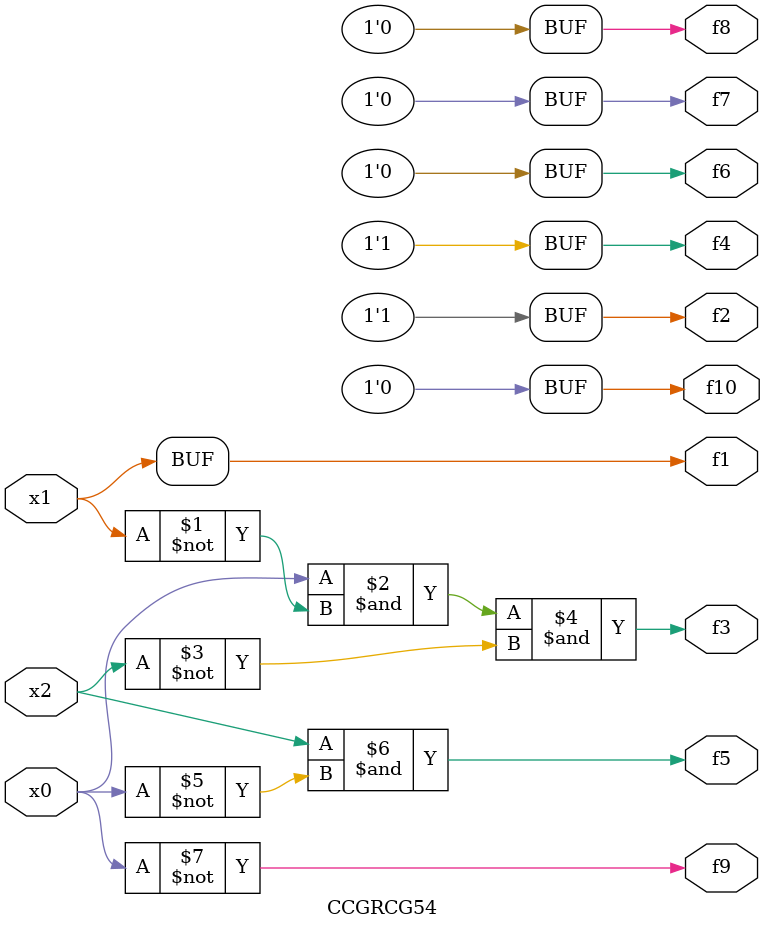
<source format=v>

module CCGRCG54 ( 
    x0, x1, x2,
    f1, f2, f3, f4, f5, f6, f7, f8, f9, f10  );
  input  x0, x1, x2;
  output f1, f2, f3, f4, f5, f6, f7, f8, f9, f10;
  assign f3 = x0 & ~x1 & ~x2;
  assign f5 = x2 & ~x0;
  assign f9 = ~x0;
  assign f2 = 1'b1;
  assign f4 = 1'b1;
  assign f6 = 1'b0;
  assign f7 = 1'b0;
  assign f8 = 1'b0;
  assign f10 = 1'b0;
  assign f1 = x1;
endmodule



</source>
